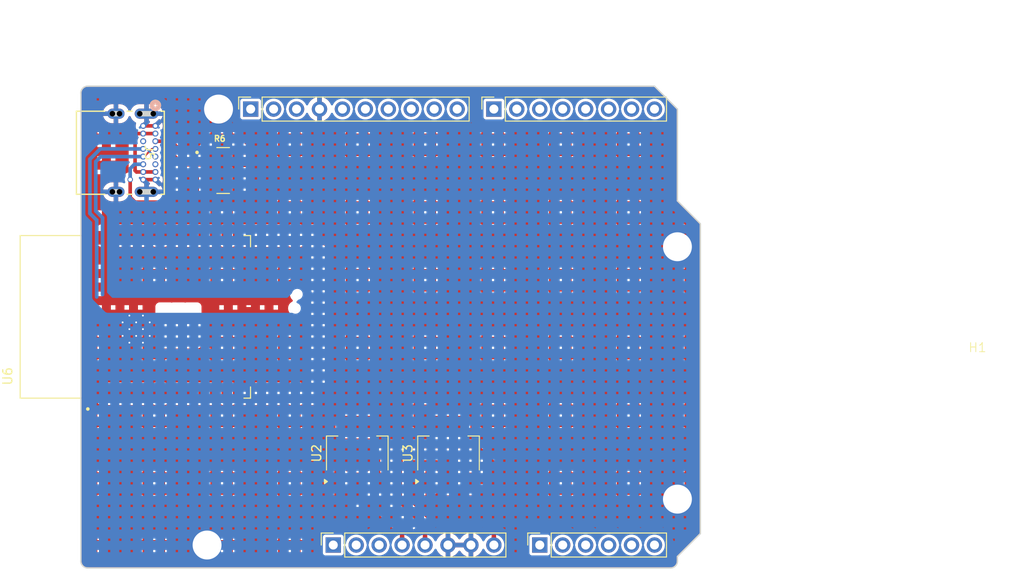
<source format=kicad_pcb>
(kicad_pcb (version 20240108) (generator "pcbnew") (generator_version "8.0")
  (title_block (date "mar. 31 mars 2015"))
  (layers (0 "F.Cu" signal) (31 "B.Cu" signal) (34 "B.Paste" user) (35 "F.Paste" user) (36 "B.SilkS" user "B.Silkscreen") (37 "F.SilkS" user "F.Silkscreen") (38 "B.Mask" user) (39 "F.Mask" user) (44 "Edge.Cuts" user))
  (net 0 "")
  (net 1 "GND")
  (net 3 "+5V")
  (net 4 "/IOREF")
  (net 5 "/A0")
  (net 6 "/A1")
  (net 7 "/A2")
  (net 8 "/A3")
  (net 9 "/SDA{slash}A4")
  (net 10 "/SCL{slash}A5")
  (net 11 "/13")
  (net 12 "/12")
  (net 13 "/AREF")
  (net 14 "/8")
  (net 15 "/7")
  (net 16 "/*11")
  (net 17 "/*10")
  (net 18 "/*9")
  (net 19 "/4")
  (net 20 "/2")
  (net 21 "/*6")
  (net 22 "/*5")
  (net 23 "/TX{slash}1")
  (net 24 "/*3")
  (net 25 "/RX{slash}0")
  (net 26 "+3V3")
  (net 27 "VCC")
  (net 28 "/~{RESET}")
  (net 29 "/USB_D-")
  (net 30 "/USB_D+")
  (net 31 "/CC2")
  (net 32 "/VUSB")
  (net 35 "/CC1")
  (footprint "Connector_PinSocket_2.54mm:PinSocket_1x08_P2.54mm_Vertical" (layer "F.Cu") (at 127.94 97.46 90)
    (property "Reference" "J1" (hide yes))
    (property "Value" "Power")
    (fp_line (start 1.33 -1.33) (end 1.33 0) (stroke (width 0.12)) (layer "F.SilkS"))
    (fp_line (start 0 -1.33) (end 1.33 -1.33) (stroke (width 0.12)) (layer "F.SilkS"))
    (fp_line (start 1.33 1.27) (end 1.33 19.11) (stroke (width 0.12)) (layer "F.SilkS"))
    (fp_line (start -1.33 1.27) (end 1.33 1.27) (stroke (width 0.12)) (layer "F.SilkS"))
    (fp_line (start -1.33 1.27) (end -1.33 19.11) (stroke (width 0.12)) (layer "F.SilkS"))
    (fp_line (start -1.33 19.11) (end 1.33 19.11) (stroke (width 0.12)) (layer "F.SilkS"))
    (pad "1" thru_hole rect (at 0 0 90) (size 1.7 1.7) (drill 1) (layers "*.Cu" "*.Mask"))
    (pad "2" thru_hole oval (at 0 2.54 90) (size 1.7 1.7) (drill 1) (layers "*.Cu" "*.Mask") (net 4 "/IOREF"))
    (pad "3" thru_hole oval (at 0 5.08 90) (size 1.7 1.7) (drill 1) (layers "*.Cu" "*.Mask") (net 28 "/~{RESET}"))
    (pad "4" thru_hole oval (at 0 7.62 90) (size 1.7 1.7) (drill 1) (layers "*.Cu" "*.Mask") (net 26 "+3V3"))
    (pad "5" thru_hole oval (at 0 10.16 90) (size 1.7 1.7) (drill 1) (layers "*.Cu" "*.Mask") (net 3 "+5V"))
    (pad "6" thru_hole oval (at 0 12.7 90) (size 1.7 1.7) (drill 1) (layers "*.Cu" "*.Mask") (net 1 "GND"))
    (pad "7" thru_hole oval (at 0 15.24 90) (size 1.7 1.7) (drill 1) (layers "*.Cu" "*.Mask") (net 1 "GND"))
    (pad "8" thru_hole oval (at 0 17.78 90) (size 1.7 1.7) (drill 1) (layers "*.Cu" "*.Mask") (net 27 "VCC"))
  )
  (footprint "Connector_PinSocket_2.54mm:PinSocket_1x06_P2.54mm_Vertical" (layer "F.Cu") (at 150.8 97.46 90)
    (property "Reference" "J3" (hide yes))
    (property "Value" "Analog")
    (fp_line (start 1.33 -1.33) (end 1.33 0) (stroke (width 0.12)) (layer "F.SilkS"))
    (fp_line (start 0 -1.33) (end 1.33 -1.33) (stroke (width 0.12)) (layer "F.SilkS"))
    (fp_line (start 1.33 1.27) (end 1.33 14.03) (stroke (width 0.12)) (layer "F.SilkS"))
    (fp_line (start -1.33 1.27) (end 1.33 1.27) (stroke (width 0.12)) (layer "F.SilkS"))
    (fp_line (start -1.33 1.27) (end -1.33 14.03) (stroke (width 0.12)) (layer "F.SilkS"))
    (fp_line (start -1.33 14.03) (end 1.33 14.03) (stroke (width 0.12)) (layer "F.SilkS"))
    (pad "1" thru_hole rect (at 0 0 90) (size 1.7 1.7) (drill 1) (layers "*.Cu" "*.Mask") (net 5 "/A0"))
    (pad "2" thru_hole oval (at 0 2.54 90) (size 1.7 1.7) (drill 1) (layers "*.Cu" "*.Mask") (net 6 "/A1"))
    (pad "3" thru_hole oval (at 0 5.08 90) (size 1.7 1.7) (drill 1) (layers "*.Cu" "*.Mask") (net 7 "/A2"))
    (pad "4" thru_hole oval (at 0 7.62 90) (size 1.7 1.7) (drill 1) (layers "*.Cu" "*.Mask") (net 8 "/A3"))
    (pad "5" thru_hole oval (at 0 10.16 90) (size 1.7 1.7) (drill 1) (layers "*.Cu" "*.Mask") (net 9 "/SDA{slash}A4"))
    (pad "6" thru_hole oval (at 0 12.7 90) (size 1.7 1.7) (drill 1) (layers "*.Cu" "*.Mask") (net 10 "/SCL{slash}A5"))
  )
  (footprint "Connector_PinSocket_2.54mm:PinSocket_1x10_P2.54mm_Vertical" (layer "F.Cu") (at 118.796 49.2 90)
    (property "Reference" "J2" (hide yes))
    (property "Value" "Digital/PWM")
    (fp_line (start 1.33 -1.33) (end 1.33 0) (stroke (width 0.12)) (layer "F.SilkS"))
    (fp_line (start 0 -1.33) (end 1.33 -1.33) (stroke (width 0.12)) (layer "F.SilkS"))
    (fp_line (start 1.33 1.27) (end 1.33 24.19) (stroke (width 0.12)) (layer "F.SilkS"))
    (fp_line (start -1.33 1.27) (end 1.33 1.27) (stroke (width 0.12)) (layer "F.SilkS"))
    (fp_line (start -1.33 1.27) (end -1.33 24.19) (stroke (width 0.12)) (layer "F.SilkS"))
    (fp_line (start -1.33 24.19) (end 1.33 24.19) (stroke (width 0.12)) (layer "F.SilkS"))
    (pad "1" thru_hole rect (at 0 0 90) (size 1.7 1.7) (drill 1) (layers "*.Cu" "*.Mask") (net 10 "/SCL{slash}A5"))
    (pad "2" thru_hole oval (at 0 2.54 90) (size 1.7 1.7) (drill 1) (layers "*.Cu" "*.Mask") (net 9 "/SDA{slash}A4"))
    (pad "3" thru_hole oval (at 0 5.08 90) (size 1.7 1.7) (drill 1) (layers "*.Cu" "*.Mask") (net 13 "/AREF"))
    (pad "4" thru_hole oval (at 0 7.62 90) (size 1.7 1.7) (drill 1) (layers "*.Cu" "*.Mask") (net 1 "GND"))
    (pad "5" thru_hole oval (at 0 10.16 90) (size 1.7 1.7) (drill 1) (layers "*.Cu" "*.Mask") (net 11 "/13"))
    (pad "6" thru_hole oval (at 0 12.7 90) (size 1.7 1.7) (drill 1) (layers "*.Cu" "*.Mask") (net 12 "/12"))
    (pad "7" thru_hole oval (at 0 15.24 90) (size 1.7 1.7) (drill 1) (layers "*.Cu" "*.Mask") (net 16 "/*11"))
    (pad "8" thru_hole oval (at 0 17.78 90) (size 1.7 1.7) (drill 1) (layers "*.Cu" "*.Mask") (net 17 "/*10"))
    (pad "9" thru_hole oval (at 0 20.32 90) (size 1.7 1.7) (drill 1) (layers "*.Cu" "*.Mask") (net 18 "/*9"))
    (pad "10" thru_hole oval (at 0 22.86 90) (size 1.7 1.7) (drill 1) (layers "*.Cu" "*.Mask") (net 14 "/8"))
  )
  (footprint "Connector_PinSocket_2.54mm:PinSocket_1x08_P2.54mm_Vertical" (layer "F.Cu") (at 145.72 49.2 90)
    (property "Reference" "J4" (hide yes))
    (property "Value" "Digital/PWM")
    (fp_line (start 1.33 -1.33) (end 1.33 0) (stroke (width 0.12)) (layer "F.SilkS"))
    (fp_line (start 0 -1.33) (end 1.33 -1.33) (stroke (width 0.12)) (layer "F.SilkS"))
    (fp_line (start 1.33 1.27) (end 1.33 19.11) (stroke (width 0.12)) (layer "F.SilkS"))
    (fp_line (start -1.33 1.27) (end 1.33 1.27) (stroke (width 0.12)) (layer "F.SilkS"))
    (fp_line (start -1.33 1.27) (end -1.33 19.11) (stroke (width 0.12)) (layer "F.SilkS"))
    (fp_line (start -1.33 19.11) (end 1.33 19.11) (stroke (width 0.12)) (layer "F.SilkS"))
    (pad "1" thru_hole rect (at 0 0 90) (size 1.7 1.7) (drill 1) (layers "*.Cu" "*.Mask") (net 15 "/7"))
    (pad "2" thru_hole oval (at 0 2.54 90) (size 1.7 1.7) (drill 1) (layers "*.Cu" "*.Mask") (net 21 "/*6"))
    (pad "3" thru_hole oval (at 0 5.08 90) (size 1.7 1.7) (drill 1) (layers "*.Cu" "*.Mask") (net 22 "/*5"))
    (pad "4" thru_hole oval (at 0 7.62 90) (size 1.7 1.7) (drill 1) (layers "*.Cu" "*.Mask") (net 19 "/4"))
    (pad "5" thru_hole oval (at 0 10.16 90) (size 1.7 1.7) (drill 1) (layers "*.Cu" "*.Mask") (net 24 "/*3"))
    (pad "6" thru_hole oval (at 0 12.7 90) (size 1.7 1.7) (drill 1) (layers "*.Cu" "*.Mask") (net 20 "/2"))
    (pad "7" thru_hole oval (at 0 15.24 90) (size 1.7 1.7) (drill 1) (layers "*.Cu" "*.Mask") (net 23 "/TX{slash}1"))
    (pad "8" thru_hole oval (at 0 17.78 90) (size 1.7 1.7) (drill 1) (layers "*.Cu" "*.Mask") (net 25 "/RX{slash}0"))
  )
  (footprint "Alexander Library:Arduino Uno" (layer "F.Cu") (at 199.26 76.1)
    (property "Reference" "H1" (at 0 -0.5 0) (layer "F.SilkS") (effects (font (thickness 0.1))))
    (property "Value" "MountingHole")
  )
  (footprint "Alexander Library:XCVR_ESP32-S3-WROOM-2-N32R8V" (layer "F.Cu") (at 106.03 72.2 90)
    (property "Reference" "U6" (at -6.575 -14.135 90) (layer "F.SilkS"))
    (property "Value" "ESP32-S3-WROOM-1")
    (fp_line (start 9 -12.75) (end 9 -6.03) (stroke (width 0.127)) (layer "F.SilkS"))
    (fp_line (start -9 -12.75) (end 9 -12.75) (stroke (width 0.127)) (layer "F.SilkS"))
    (fp_line (start -9 -6.03) (end -9 -12.75) (stroke (width 0.127)) (layer "F.SilkS"))
    (fp_line (start 9 12.02) (end 9 12.75) (stroke (width 0.127)) (layer "F.SilkS"))
    (fp_line (start -9 12.02) (end -9 12.75) (stroke (width 0.127)) (layer "F.SilkS"))
    (fp_line (start 9 12.75) (end 7.755 12.75) (stroke (width 0.127)) (layer "F.SilkS"))
    (fp_line (start -9 12.75) (end -7.755 12.75) (stroke (width 0.127)) (layer "F.SilkS"))
    (fp_circle (center -10.2 -5.26) (end -10.1 -5.26) (stroke (width 0.2)) (fill none) (layer "F.SilkS"))
    (pad "1" smd rect (at -8.75 -5.26 90) (size 1.5 0.9) (layers "F.Cu" "F.Paste" "F.Mask") (net 1 "GND"))
    (pad "2" smd rect (at -8.75 -3.99 90) (size 1.5 0.9) (layers "F.Cu" "F.Paste" "F.Mask") (net 26 "+3V3"))
    (pad "3" smd rect (at -8.75 -2.72 90) (size 1.5 0.9) (layers "F.Cu" "F.Paste" "F.Mask"))
    (pad "4" smd rect (at -8.75 -1.45 90) (size 1.5 0.9) (layers "F.Cu" "F.Paste" "F.Mask"))
    (pad "5" smd rect (at -8.75 -0.18 90) (size 1.5 0.9) (layers "F.Cu" "F.Paste" "F.Mask"))
    (pad "6" smd rect (at -8.75 1.09 90) (size 1.5 0.9) (layers "F.Cu" "F.Paste" "F.Mask"))
    (pad "7" smd rect (at -8.75 2.36 90) (size 1.5 0.9) (layers "F.Cu" "F.Paste" "F.Mask"))
    (pad "8" smd rect (at -8.75 3.63 90) (size 1.5 0.9) (layers "F.Cu" "F.Paste" "F.Mask"))
    (pad "9" smd rect (at -8.75 4.9 90) (size 1.5 0.9) (layers "F.Cu" "F.Paste" "F.Mask"))
    (pad "10" smd rect (at -8.75 6.17 90) (size 1.5 0.9) (layers "F.Cu" "F.Paste" "F.Mask"))
    (pad "11" smd rect (at -8.75 7.44 90) (size 1.5 0.9) (layers "F.Cu" "F.Paste" "F.Mask"))
    (pad "12" smd rect (at -8.75 8.71 90) (size 1.5 0.9) (layers "F.Cu" "F.Paste" "F.Mask"))
    (pad "13" smd rect (at -8.75 9.98 90) (size 1.5 0.9) (layers "F.Cu" "F.Paste" "F.Mask") (net 29 "/USB_D-"))
    (pad "14" smd rect (at -8.75 11.25 90) (size 1.5 0.9) (layers "F.Cu" "F.Paste" "F.Mask") (net 30 "/USB_D+"))
    (pad "15" smd rect (at -6.985 12.5 90) (size 0.9 1.5) (layers "F.Cu" "F.Paste" "F.Mask"))
    (pad "16" smd rect (at -5.715 12.5 90) (size 0.9 1.5) (layers "F.Cu" "F.Paste" "F.Mask"))
    (pad "17" smd rect (at -4.445 12.5 90) (size 0.9 1.5) (layers "F.Cu" "F.Paste" "F.Mask"))
    (pad "18" smd rect (at -3.175 12.5 90) (size 0.9 1.5) (layers "F.Cu" "F.Paste" "F.Mask"))
    (pad "19" smd rect (at -1.905 12.5 90) (size 0.9 1.5) (layers "F.Cu" "F.Paste" "F.Mask"))
    (pad "20" smd rect (at -0.635 12.5 90) (size 0.9 1.5) (layers "F.Cu" "F.Paste" "F.Mask"))
    (pad "21" smd rect (at 0.635 12.5 90) (size 0.9 1.5) (layers "F.Cu" "F.Paste" "F.Mask"))
    (pad "22" smd rect (at 1.905 12.5 90) (size 0.9 1.5) (layers "F.Cu" "F.Paste" "F.Mask"))
    (pad "23" smd rect (at 3.175 12.5 90) (size 0.9 1.5) (layers "F.Cu" "F.Paste" "F.Mask"))
    (pad "24" smd rect (at 4.445 12.5 90) (size 0.9 1.5) (layers "F.Cu" "F.Paste" "F.Mask"))
    (pad "25" smd rect (at 5.715 12.5 90) (size 0.9 1.5) (layers "F.Cu" "F.Paste" "F.Mask"))
    (pad "26" smd rect (at 6.985 12.5 90) (size 0.9 1.5) (layers "F.Cu" "F.Paste" "F.Mask"))
    (pad "27" smd rect (at 8.75 11.25 90) (size 1.5 0.9) (layers "F.Cu" "F.Paste" "F.Mask"))
    (pad "28" smd rect (at 8.75 9.98 90) (size 1.5 0.9) (layers "F.Cu" "F.Paste" "F.Mask"))
    (pad "29" smd rect (at 8.75 8.71 90) (size 1.5 0.9) (layers "F.Cu" "F.Paste" "F.Mask"))
    (pad "30" smd rect (at 8.75 7.44 90) (size 1.5 0.9) (layers "F.Cu" "F.Paste" "F.Mask"))
    (pad "31" smd rect (at 8.75 6.17 90) (size 1.5 0.9) (layers "F.Cu" "F.Paste" "F.Mask"))
    (pad "32" smd rect (at 8.75 4.9 90) (size 1.5 0.9) (layers "F.Cu" "F.Paste" "F.Mask"))
    (pad "33" smd rect (at 8.75 3.63 90) (size 1.5 0.9) (layers "F.Cu" "F.Paste" "F.Mask"))
    (pad "34" smd rect (at 8.75 2.36 90) (size 1.5 0.9) (layers "F.Cu" "F.Paste" "F.Mask"))
    (pad "35" smd rect (at 8.75 1.09 90) (size 1.5 0.9) (layers "F.Cu" "F.Paste" "F.Mask"))
    (pad "36" smd rect (at 8.75 -0.18 90) (size 1.5 0.9) (layers "F.Cu" "F.Paste" "F.Mask") (net 25 "/RX{slash}0"))
    (pad "37" smd rect (at 8.75 -1.45 90) (size 1.5 0.9) (layers "F.Cu" "F.Paste" "F.Mask") (net 23 "/TX{slash}1"))
    (pad "38" smd rect (at 8.75 -2.72 90) (size 1.5 0.9) (layers "F.Cu" "F.Paste" "F.Mask"))
    (pad "39" smd rect (at 8.75 -3.99 90) (size 1.5 0.9) (layers "F.Cu" "F.Paste" "F.Mask"))
    (pad "40" smd rect (at 8.75 -5.26 90) (size 1.5 0.9) (layers "F.Cu" "F.Paste" "F.Mask") (net 1 "GND"))
    (pad "41_1" smd rect (at -1.36 0.09 90) (size 1 1) (layers "F.Cu" "F.Paste" "F.Mask"))
    (pad "41_2" smd rect (at -2.86 0.09 90) (size 1 1) (layers "F.Cu" "F.Paste" "F.Mask"))
    (pad "41_3" smd rect (at 0.14 0.09 90) (size 1 1) (layers "F.Cu" "F.Paste" "F.Mask"))
    (pad "41_4" smd rect (at -2.86 1.59 90) (size 1 1) (layers "F.Cu" "F.Paste" "F.Mask"))
    (pad "41_5" smd rect (at -1.36 1.59 90) (size 1 1) (layers "F.Cu" "F.Paste" "F.Mask"))
    (pad "41_6" smd rect (at 0.14 1.59 90) (size 1 1) (layers "F.Cu" "F.Paste" "F.Mask"))
    (pad "41_7" smd rect (at -2.86 -1.41 90) (size 1 1) (layers "F.Cu" "F.Paste" "F.Mask"))
    (pad "41_8" smd rect (at -1.36 -1.41 90) (size 1 1) (layers "F.Cu" "F.Paste" "F.Mask"))
    (pad "41_9" smd rect (at 0.14 -1.41 90) (size 1 1) (layers "F.Cu" "F.Paste" "F.Mask"))
    (pad "41_10" thru_hole circle (at -1.36 -0.66 90) (size 0.3 0.3) (drill 0.2) (layers "*.Cu"))
    (pad "41_11" thru_hole circle (at -2.86 -0.66 90) (size 0.3 0.3) (drill 0.2) (layers "*.Cu"))
    (pad "41_12" thru_hole circle (at 0.14 -0.66 90) (size 0.3 0.3) (drill 0.2) (layers "*.Cu"))
    (pad "41_13" thru_hole circle (at -2.86 0.84 90) (size 0.3 0.3) (drill 0.2) (layers "*.Cu"))
    (pad "41_14" thru_hole circle (at -1.36 0.84 90) (size 0.3 0.3) (drill 0.2) (layers "*.Cu"))
    (pad "41_15" thru_hole circle (at 0.14 0.84 90) (size 0.3 0.3) (drill 0.2) (layers "*.Cu"))
    (pad "41_16" thru_hole circle (at -2.11 -1.41 90) (size 0.3 0.3) (drill 0.2) (layers "*.Cu"))
    (pad "41_17" thru_hole circle (at -0.61 -1.41 90) (size 0.3 0.3) (drill 0.2) (layers "*.Cu"))
    (pad "41_18" thru_hole circle (at -2.11 0.09 90) (size 0.3 0.3) (drill 0.2) (layers "*.Cu"))
    (pad "41_19" thru_hole circle (at -0.61 0.09 90) (size 0.3 0.3) (drill 0.2) (layers "*.Cu"))
    (pad "41_20" thru_hole circle (at -2.11 1.59 90) (size 0.3 0.3) (drill 0.2) (layers "*.Cu"))
    (pad "41_21" thru_hole circle (at -0.61 1.59 90) (size 0.3 0.3) (drill 0.2) (layers "*.Cu"))
    (zone (net 0) (net_name "") (layer "F.Cu") (connect_pads (clearance 0)) (min_thickness 0.01)
      (keepout (tracks not_allowed) (vias not_allowed) (pads not_allowed) (copperpour not_allowed) (footprints allowed))
      (fill (thermal_gap 0.508) (thermal_bridge_width 0.508))
      (polygon (pts (xy 93.28 81.2) (xy 93.28 63.2) (xy 99.28 63.2) (xy 99.28 81.2)))
    )
    (zone (net 0) (net_name "") (layer "B.Cu") (connect_pads (clearance 0)) (min_thickness 0.01)
      (keepout (tracks not_allowed) (vias not_allowed) (pads not_allowed) (copperpour not_allowed) (footprints allowed))
      (fill (thermal_gap 0.508) (thermal_bridge_width 0.508))
      (polygon (pts (xy 93.28 81.2) (xy 93.28 63.2) (xy 99.28 63.2) (xy 99.28 81.2)))
    )
  )
  (footprint "Alexander Library:R-ARRAY_RESCAXS127P508X320X70-8N" (layer "F.Cu") (at 115.75 56)
    (property "Reference" "R6" (at -0.378 -3.5264 0) (layer "F.SilkS") (effects (font (size 0.64 0.64))))
    (property "Value" "YC324-FK-5K1")
    (fp_line (start -0.7 -2.54) (end 0.7 -2.54) (stroke (width 0.127)) (layer "F.SilkS"))
    (fp_line (start -0.7 2.54) (end 0.7 2.54) (stroke (width 0.127)) (layer "F.SilkS"))
    (fp_circle (center -2.89 -2.005) (end -2.79 -2.005) (stroke (width 0.2)) (fill none) (layer "F.SilkS"))
    (pad "1" smd roundrect (at -1.59 -2.005) (size 1.14 1.13) (layers "F.Cu" "F.Paste" "F.Mask") (roundrect_rratio 0.1) (net 35 "/CC1"))
    (pad "2" smd roundrect (at -1.59 -0.635) (size 1.14 0.93) (layers "F.Cu" "F.Paste" "F.Mask") (roundrect_rratio 0.1) (net 31 "/CC2"))
    (pad "3" smd roundrect (at -1.59 0.635) (size 1.14 0.93) (layers "F.Cu" "F.Paste" "F.Mask") (roundrect_rratio 0.1))
    (pad "4" smd roundrect (at -1.59 2.005) (size 1.14 1.13) (layers "F.Cu" "F.Paste" "F.Mask") (roundrect_rratio 0.1))
    (pad "5" smd roundrect (at 1.59 2.005) (size 1.14 1.13) (layers "F.Cu" "F.Paste" "F.Mask") (roundrect_rratio 0.1))
    (pad "6" smd roundrect (at 1.59 0.635) (size 1.14 0.93) (layers "F.Cu" "F.Paste" "F.Mask") (roundrect_rratio 0.1))
    (pad "7" smd roundrect (at 1.59 -0.635) (size 1.14 0.93) (layers "F.Cu" "F.Paste" "F.Mask") (roundrect_rratio 0.1) (net 1 "GND"))
    (pad "8" smd roundrect (at 1.59 -2.005) (size 1.14 1.13) (layers "F.Cu" "F.Paste" "F.Mask") (roundrect_rratio 0.1) (net 1 "GND"))
  )
  (footprint "Arduino_MountingHole:MountingHole_3.2mm" (layer "F.Cu") (at 115.24 49.2)
    (property "Reference" "MH1" (hide yes))
    (property "Value" "MountingHole_3.2mm" (hide yes))
    (pad "" np_thru_hole circle (at 0 0) (size 3.2 3.2) (drill 3.2) (layers "*.Cu" "*.Mask"))
  )
  (footprint "Alexander Library:AMS1117 SOT-223" (layer "F.Cu") (at 140.7 87.3 90)
    (property "Reference" "U3" (at 0 -4.5 90) (layer "F.SilkS"))
    (property "Value" "AMS1117-5V")
    (fp_line (start 1.91 -3.41) (end 1.91 -2.15) (stroke (width 0.12)) (layer "F.SilkS"))
    (fp_line (start -1.85 -3.41) (end 1.91 -3.41) (stroke (width 0.12)) (layer "F.SilkS"))
    (fp_line (start 1.91 3.41) (end 1.91 2.15) (stroke (width 0.12)) (layer "F.SilkS"))
    (fp_line (start -1.85 3.41) (end 1.91 3.41) (stroke (width 0.12)) (layer "F.SilkS"))
    (fp_poly (pts (xy -3.13 -3.31) (xy -3.37 -3.64) (xy -2.89 -3.64) (xy -3.13 -3.31)) (stroke (width 0.12)) (fill solid) (layer "F.SilkS"))
    (pad "1" smd roundrect (at -3.15 -2.3 90) (size 2 1.5) (layers "F.Cu" "F.Paste" "F.Mask") (net 1 "GND"))
    (pad "2" smd roundrect (at -3.15 0 90) (size 2 1.5) (layers "F.Cu" "F.Paste" "F.Mask") (net 3 "+5V"))
    (pad "3" smd roundrect (at -3.15 2.3 90) (size 2 1.5) (layers "F.Cu" "F.Paste" "F.Mask") (net 27 "VCC"))
    (pad "4" smd roundrect (at 3.15 0 90) (size 2 3.8) (layers "F.Cu" "F.Paste" "F.Mask"))
  )
  (footprint "Alexander Library:AMS1117 SOT-223" (layer "F.Cu") (at 130.6 87.3 90)
    (property "Reference" "U2" (at 0 -4.5 90) (layer "F.SilkS"))
    (property "Value" "AMS1117-3V3")
    (fp_line (start 1.91 -3.41) (end 1.91 -2.15) (stroke (width 0.12)) (layer "F.SilkS"))
    (fp_line (start -1.85 -3.41) (end 1.91 -3.41) (stroke (width 0.12)) (layer "F.SilkS"))
    (fp_line (start 1.91 3.41) (end 1.91 2.15) (stroke (width 0.12)) (layer "F.SilkS"))
    (fp_line (start -1.85 3.41) (end 1.91 3.41) (stroke (width 0.12)) (layer "F.SilkS"))
    (fp_poly (pts (xy -3.13 -3.31) (xy -3.37 -3.64) (xy -2.89 -3.64) (xy -3.13 -3.31)) (stroke (width 0.12)) (fill solid) (layer "F.SilkS"))
    (pad "1" smd roundrect (at -3.15 -2.3 90) (size 2 1.5) (layers "F.Cu" "F.Paste" "F.Mask") (net 1 "GND"))
    (pad "2" smd roundrect (at -3.15 0 90) (size 2 1.5) (layers "F.Cu" "F.Paste" "F.Mask") (net 26 "+3V3"))
    (pad "3" smd roundrect (at -3.15 2.3 90) (size 2 1.5) (layers "F.Cu" "F.Paste" "F.Mask") (net 27 "VCC"))
    (pad "4" smd roundrect (at 3.15 0 90) (size 2 3.8) (layers "F.Cu" "F.Paste" "F.Mask"))
  )
  (footprint "Alexander Library:USB-C_GCT CONN16_USB4085-GF-A" (layer "F.Cu") (at 108.247566 51.059444 -90)
    (property "Reference" "J5" (at 2.975 0.675 -90) (layer "F.SilkS"))
    (property "Value" "USB-C_Receptacle_Data_16P_GCT-USB4085")
    (fp_circle (center -2.2574 0) (end -1.8764 0) (stroke (width 0.508)) (fill none) (layer "B.SilkS"))
    (fp_line (start -1.6224 8.741199) (end 7.5724 8.741199) (stroke (width 0.1524)) (layer "F.SilkS"))
    (fp_line (start 7.5724 8.741199) (end 7.5724 5.607602) (stroke (width 0.1524)) (layer "F.SilkS"))
    (fp_line (start -1.6224 5.607602) (end -1.6224 8.741199) (stroke (width 0.1524)) (layer "F.SilkS"))
    (fp_line (start 7.5724 3.122399) (end 7.5724 2.578201) (stroke (width 0.1524)) (layer "F.SilkS"))
    (fp_line (start -1.6224 2.578207) (end -1.6224 3.122399) (stroke (width 0.1524)) (layer "F.SilkS"))
    (fp_line (start 7.5724 -0.618202) (end 7.5724 -0.987) (stroke (width 0.1524)) (layer "F.SilkS"))
    (fp_line (start -1.6224 -0.987) (end -1.6224 -0.618206) (stroke (width 0.1524)) (layer "F.SilkS"))
    (fp_line (start 7.5724 -0.987) (end -1.6224 -0.987) (stroke (width 0.1524)) (layer "F.SilkS"))
    (fp_arc (start -2.41934 0.344872) (mid -2.625765 -0.097305) (end -2.2279 -0.379856) (stroke (width 0.508)) (layer "F.SilkS"))
    (fp_line (start -1.349985 4.7587) (end -1.349985 3.9713) (stroke (width 0.6096)) (layer "Edge.Cuts"))
    (fp_line (start 7.299985 4.7587) (end 7.299985 3.9713) (stroke (width 0.6096)) (layer "Edge.Cuts"))
    (fp_line (start -1.35 1.729301) (end -1.35 0.230701) (stroke (width 0.6096)) (layer "Edge.Cuts"))
    (fp_line (start 7.299985 1.7293) (end 7.299985 0.2307) (stroke (width 0.6096)) (layer "Edge.Cuts"))
    (pad "" np_thru_hole circle (at -1.35 0.230701 270) (size 0.6096 0.6096) (drill 0.6096) (layers))
    (pad "" np_thru_hole circle (at -1.35 1.729301 270) (size 0.6096 0.6096) (drill 0.6096) (layers))
    (pad "" np_thru_hole circle (at -1.349985 3.9713 270) (size 0.6096 0.6096) (drill 0.6096) (layers))
    (pad "" np_thru_hole circle (at -1.349985 4.7587 270) (size 0.6096 0.6096) (drill 0.6096) (layers))
    (pad "" np_thru_hole circle (at 7.299985 0.2307 270) (size 0.6096 0.6096) (drill 0.6096) (layers))
    (pad "" np_thru_hole circle (at 7.299985 1.7293 270) (size 0.6096 0.6096) (drill 0.6096) (layers))
    (pad "" np_thru_hole circle (at 7.299985 3.9713 270) (size 0.6096 0.6096) (drill 0.6096) (layers))
    (pad "" np_thru_hole circle (at 7.299985 4.7587 270) (size 0.6096 0.6096) (drill 0.6096) (layers))
    (pad "A1" thru_hole circle (at 0 0 270) (size 0.6604 0.6604) (drill 0.4064) (layers "*.Cu" "*.Mask") (net 1 "GND"))
    (pad "A4" thru_hole circle (at 0.850001 0 270) (size 0.6604 0.6604) (drill 0.4064) (layers "*.Cu" "*.Mask") (net 32 "/VUSB"))
    (pad "A5" thru_hole circle (at 1.699999 0 270) (size 0.6604 0.6604) (drill 0.4064) (layers "*.Cu" "*.Mask") (net 35 "/CC1"))
    (pad "A6" thru_hole circle (at 2.55 0 270) (size 0.6604 0.6604) (drill 0.4064) (layers "*.Cu" "*.Mask") (net 30 "/USB_D+"))
    (pad "A7" thru_hole circle (at 3.400001 0 270) (size 0.6604 0.6604) (drill 0.4064) (layers "*.Cu" "*.Mask") (net 29 "/USB_D-"))
    (pad "A8" thru_hole circle (at 4.250002 0 270) (size 0.6604 0.6604) (drill 0.4064) (layers "*.Cu" "*.Mask"))
    (pad "A9" thru_hole circle (at 5.1 0 270) (size 0.6604 0.6604) (drill 0.4064) (layers "*.Cu" "*.Mask") (net 32 "/VUSB"))
    (pad "A12" thru_hole circle (at 5.950001 0 270) (size 0.6604 0.6604) (drill 0.4064) (layers "*.Cu" "*.Mask") (net 1 "GND"))
    (pad "B1" thru_hole circle (at 5.950001 1.35 270) (size 0.6604 0.6604) (drill 0.4064) (layers "*.Cu" "*.Mask") (net 1 "GND"))
    (pad "B4" thru_hole circle (at 5.1 1.35 270) (size 0.6604 0.6604) (drill 0.4064) (layers "*.Cu" "*.Mask") (net 32 "/VUSB"))
    (pad "B5" thru_hole circle (at 4.250002 1.35 270) (size 0.6604 0.6604) (drill 0.4064) (layers "*.Cu" "*.Mask") (net 31 "/CC2"))
    (pad "B6" thru_hole circle (at 3.400001 1.35 270) (size 0.6604 0.6604) (drill 0.4064) (layers "*.Cu" "*.Mask") (net 30 "/USB_D+"))
    (pad "B7" thru_hole circle (at 2.55 1.35 270) (size 0.6604 0.6604) (drill 0.4064) (layers "*.Cu" "*.Mask") (net 29 "/USB_D-"))
    (pad "B8" thru_hole circle (at 1.699999 1.35 270) (size 0.6604 0.6604) (drill 0.4064) (layers "*.Cu" "*.Mask"))
    (pad "B9" thru_hole circle (at 0.850001 1.35 270) (size 0.6604 0.6604) (drill 0.4064) (layers "*.Cu" "*.Mask") (net 32 "/VUSB"))
    (pad "B12" thru_hole circle (at 0 1.35 270) (size 0.6604 0.6604) (drill 0.4064) (layers "*.Cu" "*.Mask") (net 1 "GND"))
    (pad "S1" thru_hole oval (at -1.349985 4.365) (size 1.905 1.1176) (drill 0.0254) (layers "*.Cu" "*.Mask") (net 1 "GND"))
    (pad "S2" thru_hole oval (at 7.299985 4.365) (size 1.905 1.1176) (drill 0.0254) (layers "*.Cu" "*.Mask") (net 1 "GND"))
    (pad "S3" thru_hole oval (at -1.35 0.980001) (size 2.6162 1.1176) (drill 0.0254) (layers "*.Cu" "*.Mask") (net 1 "GND"))
    (pad "S4" thru_hole oval (at 7.299985 0.98) (size 2.6162 1.1176) (drill 0.0254) (layers "*.Cu" "*.Mask") (net 1 "GND"))
  )
  (footprint "Arduino_MountingHole:MountingHole_3.2mm" (layer "F.Cu") (at 113.97 97.46)
    (property "Reference" "MH2" (hide yes))
    (property "Value" "MountingHole_3.2mm" (hide yes))
    (pad "" np_thru_hole circle (at 0 0) (size 3.2 3.2) (drill 3.2) (layers "*.Cu" "*.Mask"))
  )
  (footprint "Arduino_MountingHole:MountingHole_3.2mm" (layer "F.Cu") (at 166.04 64.44)
    (property "Reference" "MH3" (hide yes))
    (property "Value" "MountingHole_3.2mm" (hide yes))
    (pad "" np_thru_hole circle (at 0 0) (size 3.2 3.2) (drill 3.2) (layers "*.Cu" "*.Mask"))
  )
  (footprint "Arduino_MountingHole:MountingHole_3.2mm" (layer "F.Cu") (at 166.04 92.38)
    (property "Reference" "MH4" (hide yes))
    (property "Value" "MountingHole_3.2mm" (hide yes))
    (pad "" np_thru_hole circle (at 0 0) (size 3.2 3.2) (drill 3.2) (layers "*.Cu" "*.Mask"))
  )
  (gr_line (start 166.04 59.36) (end 168.58 61.9) (stroke (width 0.15)) (layer "Edge.Cuts"))
  (gr_line (start 100 99.238) (end 100 47.422) (stroke (width 0.15)) (layer "Edge.Cuts"))
  (gr_line (start 168.58 61.9) (end 168.58 96.19) (stroke (width 0.15)) (layer "Edge.Cuts"))
  (gr_line (start 165.278 100) (end 100.762 100) (stroke (width 0.15)) (layer "Edge.Cuts"))
  (gr_line (start 100.762 46.66) (end 163.5 46.66) (stroke (width 0.15)) (layer "Edge.Cuts"))
  (gr_arc (start 100.762 100) (mid 100.223185 99.776815) (end 100 99.238) (stroke (width 0.15)) (layer "Edge.Cuts"))
  (gr_line (start 168.58 96.19) (end 166.04 98.73) (stroke (width 0.15)) (layer "Edge.Cuts"))
  (gr_line (start 163.5 46.66) (end 166.04 49.2) (stroke (width 0.15)) (layer "Edge.Cuts"))
  (gr_arc (start 166.04 99.238) (mid 165.816815 99.776815) (end 165.278 100) (stroke (width 0.15)) (layer "Edge.Cuts"))
  (gr_line (start 166.04 49.2) (end 166.04 59.36) (stroke (width 0.15)) (layer "Edge.Cuts"))
  (gr_line (start 166.04 98.73) (end 166.04 99.238) (stroke (width 0.15)) (layer "Edge.Cuts"))
  (gr_arc (start 100 47.422) (mid 100.223185 46.883185) (end 100.762 46.66) (stroke (width 0.15)) (layer "Edge.Cuts"))
  (segment (start 106.897566 57.009445) (end 108.247566 57.009445) (width 0.4) (layer "F.Cu") (net 1))
  (segment (start 106.897566 51.059444) (end 108.247566 51.059444) (width 0.4) (layer "F.Cu") (net 1))
  (segment (start 135.3 92.610051) (end 135.3 88.2) (width 0.5) (layer "F.Cu") (net 3))
  (segment (start 138 95.310051) (end 136.26 93.57005) (width 0.5) (layer "F.Cu") (net 3))
  (segment (start 140.7 88.2) (end 140.7 90.45) (width 0.5) (layer "F.Cu") (net 3))
  (segment (start 136.26 93.57005) (end 135.489949 92.8) (width 0.5) (layer "F.Cu") (net 3))
  (segment (start 135.3 88.2) (end 136.2 87.3) (width 0.5) (layer "F.Cu") (net 3))
  (segment (start 139.8 87.3) (end 140.7 88.2) (width 0.5) (layer "F.Cu") (net 3))
  (segment (start 136.2 87.3) (end 139.8 87.3) (width 0.5) (layer "F.Cu") (net 3))
  (segment (start 138.1 95.5) (end 138 95.4) (width 0.5) (layer "F.Cu") (net 3))
  (segment (start 135.489949 92.8) (end 135.3 92.610051) (width 0.5) (layer "F.Cu") (net 3))
  (segment (start 138.1 97.46) (end 138.1 95.5) (width 0.5) (layer "F.Cu") (net 3))
  (segment (start 138 95.4) (end 138 95.310051) (width 0.5) (layer "F.Cu") (net 3))
  (segment (start 131.3 93.1) (end 133.105 93.1) (width 0.5) (layer "F.Cu") (net 26))
  (segment (start 130.6 90.45) (end 130.6 92.4) (width 0.5) (layer "F.Cu") (net 26))
  (segment (start 130.6 92.4) (end 131.3 93.1) (width 0.5) (layer "F.Cu") (net 26))
  (segment (start 133.105 93.1) (end 135.56 95.555) (width 0.5) (layer "F.Cu") (net 26))
  (segment (start 135.56 95.555) (end 135.56 97.46) (width 0.5) (layer "F.Cu") (net 26))
  (segment (start 132.9 90.45) (end 132.9 87.7) (width 0.5) (layer "F.Cu") (net 27))
  (segment (start 145.72 97.46) (end 145.72 91.22) (width 0.5) (layer "F.Cu") (net 27))
  (segment (start 145.72 88.82) (end 145.72 91.22) (width 0.5) (layer "F.Cu") (net 27))
  (segment (start 132.9 87.7) (end 134.1 86.5) (width 0.5) (layer "F.Cu") (net 27))
  (segment (start 145.7 88.8) (end 145.72 88.82) (width 0.5) (layer "F.Cu") (net 27))
  (segment (start 144.95 90.45) (end 143 90.45) (width 0.5) (layer "F.Cu") (net 27))
  (segment (start 145.72 91.22) (end 144.95 90.45) (width 0.5) (layer "F.Cu") (net 27))
  (segment (start 145.7 88.4) (end 145.7 88.8) (width 0.5) (layer "F.Cu") (net 27))
  (segment (start 134.1 86.5) (end 143.8 86.5) (width 0.5) (layer "F.Cu") (net 27))
  (segment (start 143.8 86.5) (end 145.7 88.4) (width 0.5) (layer "F.Cu") (net 27))
  (segment (start 101.75 70) (end 101.75 61.5) (width 0.4) (layer "B.Cu") (net 29))
  (segment (start 101.75 61.5) (end 101 60.75) (width 0.4) (layer "B.Cu") (net 29))
  (segment (start 101 54.75) (end 102.140556 53.609444) (width 0.4) (layer "B.Cu") (net 29))
  (segment (start 108.135618 54.459445) (end 107.285617 53.609444) (width 0.2) (layer "B.Cu") (net 29))
  (segment (start 101 60.75) (end 101 54.75) (width 0.4) (layer "B.Cu") (net 29))
  (segment (start 108.247566 54.459445) (end 108.135618 54.459445) (width 0.2) (layer "B.Cu") (net 29))
  (segment (start 107.285617 53.609444) (end 106.897566 53.609444) (width 0.2) (layer "B.Cu") (net 29))
  (segment (start 102.140556 53.609444) (end 106.897566 53.609444) (width 0.4) (layer "B.Cu") (net 29))
  (segment (start 108.247566 53.609444) (end 107.859515 53.609444) (width 0.2) (layer "F.Cu") (net 30))
  (segment (start 107.009514 54.459445) (end 106.897566 54.459445) (width 0.2) (layer "F.Cu") (net 30))
  (segment (start 107.859515 53.609444) (end 107.009514 54.459445) (width 0.2) (layer "F.Cu") (net 30))
  (segment (start 102.209793 54.459445) (end 106.897566 54.459445) (width 0.4) (layer "B.Cu") (net 30))
  (segment (start 102.4 69.730762) (end 102.4 61.230761) (width 0.4) (layer "B.Cu") (net 30))
  (segment (start 101.65 55.019238) (end 102.209793 54.459445) (width 0.4) (layer "B.Cu") (net 30))
  (segment (start 101.65 60.480761) (end 101.65 55.019238) (width 0.4) (layer "B.Cu") (net 30))
  (segment (start 102.4 61.230761) (end 101.65 60.480761) (width 0.4) (layer "B.Cu") (net 30))
  (segment (start 111 58.975) (end 111 56) (width 0.4) (layer "F.Cu") (net 31))
  (segment (start 105.459466 58.959466) (end 106 59.5) (width 0.4) (layer "F.Cu") (net 31))
  (segment (start 111 56) (end 111.635 55.365) (width 0.4) (layer "F.Cu") (net 31))
  (segment (start 105.459466 57) (end 105.459466 58.959466) (width 0.4) (layer "F.Cu") (net 31))
  (segment (start 106 59.5) (end 110.475 59.5) (width 0.4) (layer "F.Cu") (net 31))
  (segment (start 111.635 55.365) (end 114.16 55.365) (width 0.4) (layer "F.Cu") (net 31))
  (segment (start 110.475 59.5) (end 111 58.975) (width 0.4) (layer "F.Cu") (net 31))
  (via (at 105.459466 57) (size 0.6) (drill 0.4) (layers "F.Cu" "B.Cu") (net 31))
  (segment (start 105.940554 55.309446) (end 106.897566 55.309446) (width 0.4) (layer "B.Cu") (net 31))
  (segment (start 105.459466 55.790534) (end 105.940554 55.309446) (width 0.4) (layer "B.Cu") (net 31))
  (segment (start 105.459466 57) (end 105.459466 55.790534) (width 0.4) (layer "B.Cu") (net 31))
  (segment (start 106 52.125) (end 106.215555 51.909445) (width 0.4) (layer "F.Cu") (net 32))
  (segment (start 106 56) (end 106 52.125) (width 0.4) (layer "F.Cu") (net 32))
  (segment (start 106.897566 56.159444) (end 108.247566 56.159444) (width 0.4) (layer "F.Cu") (net 32))
  (segment (start 106.215555 51.909445) (end 106.897566 51.909445) (width 0.4) (layer "F.Cu") (net 32))
  (segment (start 106.159444 56.159444) (end 106 56) (width 0.4) (layer "F.Cu") (net 32))
  (segment (start 106.897566 56.159444) (end 106.159444 56.159444) (width 0.4) (layer "F.Cu") (net 32))
  (segment (start 106.897566 51.909445) (end 108.247566 51.909445) (width 0.4) (layer "F.Cu") (net 32))
  (segment (start 108.247566 52.759443) (end 110.009443 52.759443) (width 0.4) (layer "F.Cu") (net 35))
  (segment (start 111.255 53.995) (end 114.16 53.995) (width 0.4) (layer "F.Cu") (net 35))
  (segment (start 111.25 54) (end 111.255 53.995) (width 0.4) (layer "F.Cu") (net 35))
  (segment (start 110.009443 52.759443) (end 111.25 54) (width 0.4) (layer "F.Cu") (net 35))
  (zone (net 1) (net_name "GND") (layer "F.Cu") (name "GND") (connect_pads (clearance 0.508)) (min_thickness 0.25) (fill yes (mode hatch) (thermal_gap 0.5) (thermal_bridge_width 0.5) (hatch_thickness 1) (hatch_gap 0.5) (hatch_orientation 0) (hatch_border_algorithm hatch_thickness) (hatch_min_hole_area 0.3))
    (polygon (pts (xy 100 46.66) (xy 171.12 46.66) (xy 171.12 100) (xy 100 100)))
  )
  (zone (net 1) (net_name "GND") (layer "B.Cu") (name "GND") (priority 1) (connect_pads (clearance 0)) (min_thickness 0.25) (fill yes (mode hatch) (thermal_gap 0.5) (thermal_bridge_width 0.5) (hatch_thickness 1) (hatch_gap 0.25) (hatch_orientation 0) (hatch_border_algorithm hatch_thickness) (hatch_min_hole_area 0.3))
    (polygon (pts (xy 99.75 46.5) (xy 170 46.5) (xy 170 101) (xy 97.75 100.5) (xy 99.5 49.5)))
  )
)
</source>
